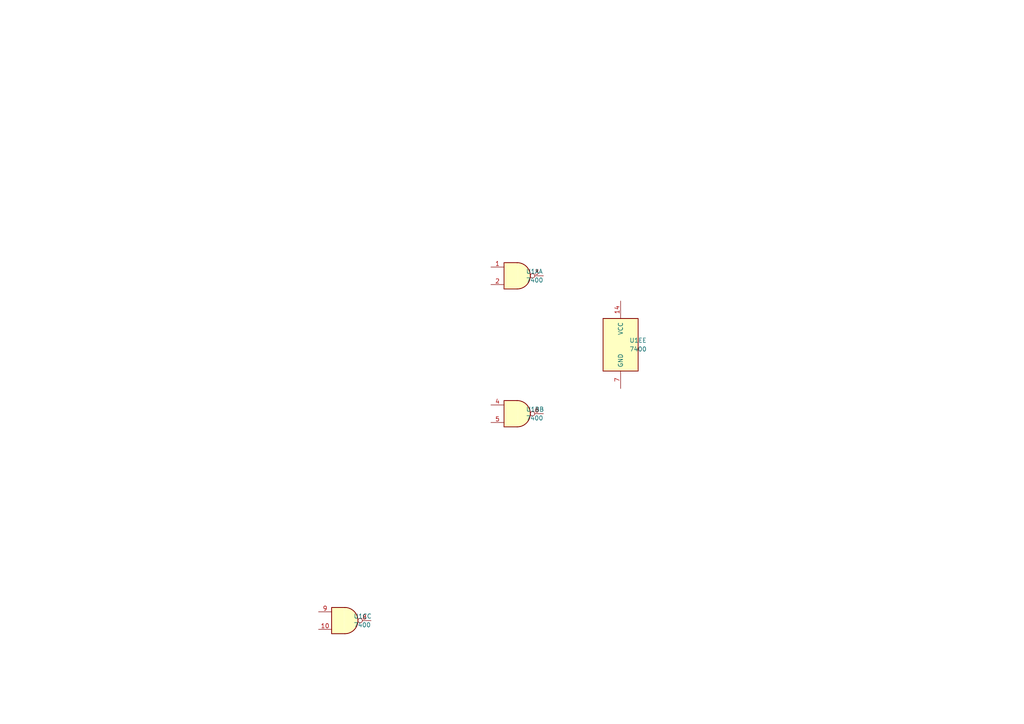
<source format=kicad_sch>
(kicad_sch (version 20250114) (generator "eeschema") (generator_version 9.0)
  (paper A4)
  (title_block (title "Multi-Unit 7400 NAND Gates"))
  (lib_symbols
    (symbol "74xx:7400"
      (property "Reference" "U" (at 0 1.27 0))
      (property "Value" "7400" (at 0 -1.27 0))
      (pin_names (offset 1.016))
      (symbol "7400_1_1"
        (arc (start 0 3.81) (mid 3.7934 0) (end 0 -3.81) (stroke (width 0.254)) (fill (type background)))
        (polyline (pts (xy 0 3.81) (xy -3.81 3.81) (xy -3.81 -3.81) (xy 0 -3.81)) (stroke (width 0.254)) (fill (type background)))
        (pin input line (at -7.62 2.54 0) (length 3.81) (name "~") (number "1"))
        (pin input line (at -7.62 -2.54 0) (length 3.81) (name "~") (number "2"))
        (pin output inverted (at 7.62 0 180) (length 3.81) (name "~") (number "3"))
      )
      (symbol "7400_1_2"
        (arc (start -3.81 3.81) (mid -2.589 0) (end -3.81 -3.81) (stroke (width 0.254)))
        (polyline (pts (xy -3.81 3.81) (xy -0.635 3.81)) (stroke (width 0.254)) (fill (type background)))
        (polyline (pts (xy -3.81 -3.81) (xy -0.635 -3.81)) (stroke (width 0.254)) (fill (type background)))
        (arc (start 3.81 0) (mid 2.1855 -2.584) (end -0.6096 -3.81) (stroke (width 0.254)) (fill (type background)))
        (arc (start -0.6096 3.81) (mid 2.1928 2.5924) (end 3.81 0) (stroke (width 0.254)) (fill (type background)))
        (polyline (pts (xy -0.635 3.81) (xy -3.81 3.81) (xy -3.81 3.81) (xy -3.556 3.4036) (xy -3.0226 2.2606) (xy -2.6924 1.0414) (xy -2.6162 -0.254) (xy -2.7686 -1.4986) (xy -3.175 -2.7178) (xy -3.81 -3.81) (xy -3.81 -3.81) (xy -0.635 -3.81)) (stroke (width -25.4)) (fill (type background)))
        (pin input inverted (at -7.62 2.54 0) (length 4.318) (name "~") (number "1"))
        (pin input inverted (at -7.62 -2.54 0) (length 4.318) (name "~") (number "2"))
        (pin output line (at 7.62 0 180) (length 3.81) (name "~") (number "3"))
      )
      (symbol "7400_2_1"
        (arc (start 0 3.81) (mid 3.7934 0) (end 0 -3.81) (stroke (width 0.254)) (fill (type background)))
        (polyline (pts (xy 0 3.81) (xy -3.81 3.81) (xy -3.81 -3.81) (xy 0 -3.81)) (stroke (width 0.254)) (fill (type background)))
        (pin input line (at -7.62 2.54 0) (length 3.81) (name "~") (number "4"))
        (pin input line (at -7.62 -2.54 0) (length 3.81) (name "~") (number "5"))
        (pin output inverted (at 7.62 0 180) (length 3.81) (name "~") (number "6"))
      )
      (symbol "7400_2_2"
        (arc (start -3.81 3.81) (mid -2.589 0) (end -3.81 -3.81) (stroke (width 0.254)))
        (polyline (pts (xy -3.81 3.81) (xy -0.635 3.81)) (stroke (width 0.254)) (fill (type background)))
        (polyline (pts (xy -3.81 -3.81) (xy -0.635 -3.81)) (stroke (width 0.254)) (fill (type background)))
        (arc (start 3.81 0) (mid 2.1855 -2.584) (end -0.6096 -3.81) (stroke (width 0.254)) (fill (type background)))
        (arc (start -0.6096 3.81) (mid 2.1928 2.5924) (end 3.81 0) (stroke (width 0.254)) (fill (type background)))
        (polyline (pts (xy -0.635 3.81) (xy -3.81 3.81) (xy -3.81 3.81) (xy -3.556 3.4036) (xy -3.0226 2.2606) (xy -2.6924 1.0414) (xy -2.6162 -0.254) (xy -2.7686 -1.4986) (xy -3.175 -2.7178) (xy -3.81 -3.81) (xy -3.81 -3.81) (xy -0.635 -3.81)) (stroke (width -25.4)) (fill (type background)))
        (pin input inverted (at -7.62 2.54 0) (length 4.318) (name "~") (number "4"))
        (pin input inverted (at -7.62 -2.54 0) (length 4.318) (name "~") (number "5"))
        (pin output line (at 7.62 0 180) (length 3.81) (name "~") (number "6"))
      )
      (symbol "7400_3_1"
        (arc (start 0 3.81) (mid 3.7934 0) (end 0 -3.81) (stroke (width 0.254)) (fill (type background)))
        (polyline (pts (xy 0 3.81) (xy -3.81 3.81) (xy -3.81 -3.81) (xy 0 -3.81)) (stroke (width 0.254)) (fill (type background)))
        (pin input line (at -7.62 2.54 0) (length 3.81) (name "~") (number "9"))
        (pin input line (at -7.62 -2.54 0) (length 3.81) (name "~") (number "10"))
        (pin output inverted (at 7.62 0 180) (length 3.81) (name "~") (number "8"))
      )
      (symbol "7400_3_2"
        (arc (start -3.81 3.81) (mid -2.589 0) (end -3.81 -3.81) (stroke (width 0.254)))
        (polyline (pts (xy -3.81 3.81) (xy -0.635 3.81)) (stroke (width 0.254)) (fill (type background)))
        (polyline (pts (xy -3.81 -3.81) (xy -0.635 -3.81)) (stroke (width 0.254)) (fill (type background)))
        (arc (start 3.81 0) (mid 2.1855 -2.584) (end -0.6096 -3.81) (stroke (width 0.254)) (fill (type background)))
        (arc (start -0.6096 3.81) (mid 2.1928 2.5924) (end 3.81 0) (stroke (width 0.254)) (fill (type background)))
        (polyline (pts (xy -0.635 3.81) (xy -3.81 3.81) (xy -3.81 3.81) (xy -3.556 3.4036) (xy -3.0226 2.2606) (xy -2.6924 1.0414) (xy -2.6162 -0.254) (xy -2.7686 -1.4986) (xy -3.175 -2.7178) (xy -3.81 -3.81) (xy -3.81 -3.81) (xy -0.635 -3.81)) (stroke (width -25.4)) (fill (type background)))
        (pin input inverted (at -7.62 2.54 0) (length 4.318) (name "~") (number "9"))
        (pin input inverted (at -7.62 -2.54 0) (length 4.318) (name "~") (number "10"))
        (pin output line (at 7.62 0 180) (length 3.81) (name "~") (number "8"))
      )
      (symbol "7400_4_1"
        (arc (start 0 3.81) (mid 3.7934 0) (end 0 -3.81) (stroke (width 0.254)) (fill (type background)))
        (polyline (pts (xy 0 3.81) (xy -3.81 3.81) (xy -3.81 -3.81) (xy 0 -3.81)) (stroke (width 0.254)) (fill (type background)))
        (pin input line (at -7.62 2.54 0) (length 3.81) (name "~") (number "12"))
        (pin input line (at -7.62 -2.54 0) (length 3.81) (name "~") (number "13"))
        (pin output inverted (at 7.62 0 180) (length 3.81) (name "~") (number "11"))
      )
      (symbol "7400_4_2"
        (arc (start -3.81 3.81) (mid -2.589 0) (end -3.81 -3.81) (stroke (width 0.254)))
        (polyline (pts (xy -3.81 3.81) (xy -0.635 3.81)) (stroke (width 0.254)) (fill (type background)))
        (polyline (pts (xy -3.81 -3.81) (xy -0.635 -3.81)) (stroke (width 0.254)) (fill (type background)))
        (arc (start 3.81 0) (mid 2.1855 -2.584) (end -0.6096 -3.81) (stroke (width 0.254)) (fill (type background)))
        (arc (start -0.6096 3.81) (mid 2.1928 2.5924) (end 3.81 0) (stroke (width 0.254)) (fill (type background)))
        (polyline (pts (xy -0.635 3.81) (xy -3.81 3.81) (xy -3.81 3.81) (xy -3.556 3.4036) (xy -3.0226 2.2606) (xy -2.6924 1.0414) (xy -2.6162 -0.254) (xy -2.7686 -1.4986) (xy -3.175 -2.7178) (xy -3.81 -3.81) (xy -3.81 -3.81) (xy -0.635 -3.81)) (stroke (width -25.4)) (fill (type background)))
        (pin input inverted (at -7.62 2.54 0) (length 4.318) (name "~") (number "12"))
        (pin input inverted (at -7.62 -2.54 0) (length 4.318) (name "~") (number "13"))
        (pin output line (at 7.62 0 180) (length 3.81) (name "~") (number "11"))
      )
      (symbol "7400_5_0"
        (pin power_in line (at 0 12.7 270) (length 5.08) (name "VCC") (number "14"))
        (pin power_in line (at 0 -12.7 90) (length 5.08) (name "GND") (number "7"))
      )
      (symbol "7400_5_1"
        (rectangle (start -5.08 7.62) (end 5.08 -7.62) (stroke (width 0.254)) (fill (type background)))
      )
    )
  )
  (symbol (lib_id "74xx:7400") (at 150 80 0) (unit 1)
    (property "Reference" "U1A" (at 152.54 78.73 0) (effects (justify left)))
    (property "Value" "7400" (at 152.54 81.27 0) (effects (justify left)))
    (property "Footprint" "Package_DIP:DIP-14_W7.62mm" (effects (hide yes)))
    (property "datasheet" "https://www.ti.com/lit/ds/symlink/sn74ls00.pdf" (effects (hide yes)))
    (property "description" "Quad 2-input NAND gate" (effects (hide yes)))
  )
  (symbol (lib_id "74xx:7400") (at 150 120 0) (unit 2)
    (property "Reference" "U1B" (at 152.54 118.73 0) (effects (justify left)))
    (property "Value" "7400" (at 152.54 121.27 0) (effects (justify left)))
    (property "Footprint" "Package_DIP:DIP-14_W7.62mm" (effects (hide yes)))
    (property "datasheet" "https://www.ti.com/lit/ds/symlink/sn74ls00.pdf" (effects (hide yes)))
    (property "description" "Quad 2-input NAND gate" (effects (hide yes)))
  )
  (symbol (lib_id "74xx:7400") (at 100 180 0) (unit 3)
    (property "Reference" "U1C" (at 102.54 178.73 0) (effects (justify left)))
    (property "Value" "7400" (at 102.54 181.27 0) (effects (justify left)))
    (property "Footprint" "Package_DIP:DIP-14_W7.62mm" (effects (hide yes)))
    (property "datasheet" "https://www.ti.com/lit/ds/symlink/sn74ls00.pdf" (effects (hide yes)))
    (property "description" "Quad 2-input NAND gate" (effects (hide yes)))
  )
  (symbol (lib_id "74xx:7400") (at 100 220 0) (unit 4)
    (property "Reference" "U1D" (at 102.54 218.73 0) (effects (justify left)))
    (property "Value" "7400" (at 102.54 221.27 0) (effects (justify left)))
    (property "Footprint" "Package_DIP:DIP-14_W7.62mm" (effects (hide yes)))
    (property "datasheet" "https://www.ti.com/lit/ds/symlink/sn74ls00.pdf" (effects (hide yes)))
    (property "description" "Quad 2-input NAND gate" (effects (hide yes)))
  )
  (symbol (lib_id "74xx:7400") (at 180 100 0) (unit 5)
    (property "Reference" "U1E" (at 182.54 98.73 0) (effects (justify left)))
    (property "Value" "7400" (at 182.54 101.27 0) (effects (justify left)))
    (property "Footprint" "Package_DIP:DIP-14_W7.62mm" (effects (hide yes)))
    (property "datasheet" "https://www.ti.com/lit/ds/symlink/sn74ls00.pdf" (effects (hide yes)))
    (property "description" "Quad 2-input NAND gate" (effects (hide yes)))
  )
)
</source>
